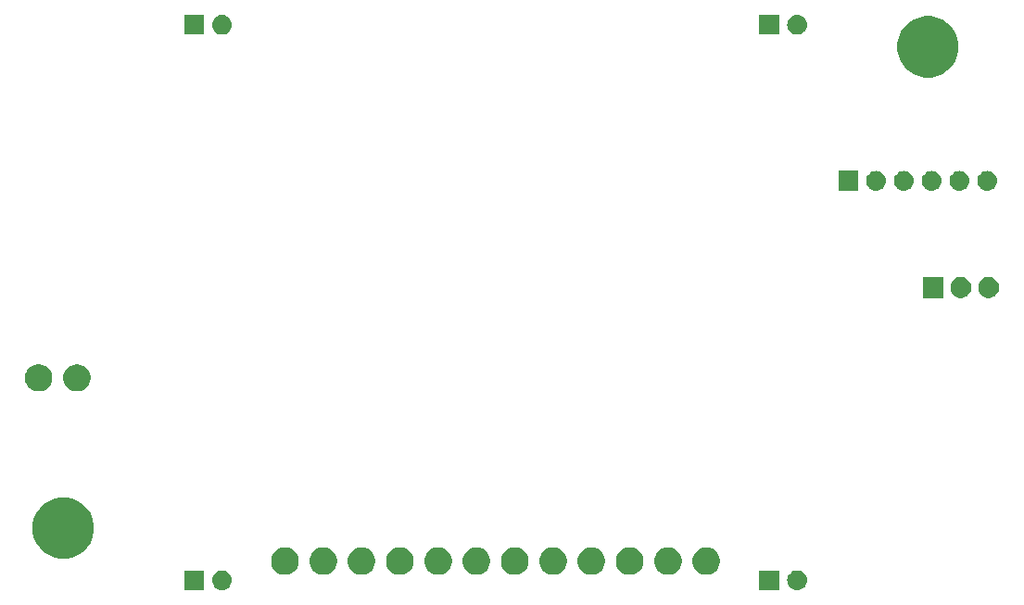
<source format=gbr>
G04 #@! TF.GenerationSoftware,KiCad,Pcbnew,(5.1.0)-1*
G04 #@! TF.CreationDate,2019-04-30T23:12:19+02:00*
G04 #@! TF.ProjectId,ArcJoy,4172634a-6f79-42e6-9b69-6361645f7063,1*
G04 #@! TF.SameCoordinates,Original*
G04 #@! TF.FileFunction,Soldermask,Bot*
G04 #@! TF.FilePolarity,Negative*
%FSLAX46Y46*%
G04 Gerber Fmt 4.6, Leading zero omitted, Abs format (unit mm)*
G04 Created by KiCad (PCBNEW (5.1.0)-1) date 2019-04-30 23:12:19*
%MOMM*%
%LPD*%
G04 APERTURE LIST*
%ADD10C,0.100000*%
G04 APERTURE END LIST*
D10*
G36*
X155150443Y-105855519D02*
G01*
X155216627Y-105862037D01*
X155386466Y-105913557D01*
X155542991Y-105997222D01*
X155578729Y-106026552D01*
X155680186Y-106109814D01*
X155756599Y-106202925D01*
X155792778Y-106247009D01*
X155876443Y-106403534D01*
X155927963Y-106573373D01*
X155945359Y-106750000D01*
X155927963Y-106926627D01*
X155876443Y-107096466D01*
X155792778Y-107252991D01*
X155763448Y-107288729D01*
X155680186Y-107390186D01*
X155578729Y-107473448D01*
X155542991Y-107502778D01*
X155386466Y-107586443D01*
X155216627Y-107637963D01*
X155150442Y-107644482D01*
X155084260Y-107651000D01*
X154995740Y-107651000D01*
X154929558Y-107644482D01*
X154863373Y-107637963D01*
X154693534Y-107586443D01*
X154537009Y-107502778D01*
X154501271Y-107473448D01*
X154399814Y-107390186D01*
X154316552Y-107288729D01*
X154287222Y-107252991D01*
X154203557Y-107096466D01*
X154152037Y-106926627D01*
X154134641Y-106750000D01*
X154152037Y-106573373D01*
X154203557Y-106403534D01*
X154287222Y-106247009D01*
X154323401Y-106202925D01*
X154399814Y-106109814D01*
X154501271Y-106026552D01*
X154537009Y-105997222D01*
X154693534Y-105913557D01*
X154863373Y-105862037D01*
X154929557Y-105855519D01*
X154995740Y-105849000D01*
X155084260Y-105849000D01*
X155150443Y-105855519D01*
X155150443Y-105855519D01*
G37*
G36*
X153401000Y-107651000D02*
G01*
X151599000Y-107651000D01*
X151599000Y-105849000D01*
X153401000Y-105849000D01*
X153401000Y-107651000D01*
X153401000Y-107651000D01*
G37*
G36*
X102610443Y-105855519D02*
G01*
X102676627Y-105862037D01*
X102846466Y-105913557D01*
X103002991Y-105997222D01*
X103038729Y-106026552D01*
X103140186Y-106109814D01*
X103216599Y-106202925D01*
X103252778Y-106247009D01*
X103336443Y-106403534D01*
X103387963Y-106573373D01*
X103405359Y-106750000D01*
X103387963Y-106926627D01*
X103336443Y-107096466D01*
X103252778Y-107252991D01*
X103223448Y-107288729D01*
X103140186Y-107390186D01*
X103038729Y-107473448D01*
X103002991Y-107502778D01*
X102846466Y-107586443D01*
X102676627Y-107637963D01*
X102610442Y-107644482D01*
X102544260Y-107651000D01*
X102455740Y-107651000D01*
X102389558Y-107644482D01*
X102323373Y-107637963D01*
X102153534Y-107586443D01*
X101997009Y-107502778D01*
X101961271Y-107473448D01*
X101859814Y-107390186D01*
X101776552Y-107288729D01*
X101747222Y-107252991D01*
X101663557Y-107096466D01*
X101612037Y-106926627D01*
X101594641Y-106750000D01*
X101612037Y-106573373D01*
X101663557Y-106403534D01*
X101747222Y-106247009D01*
X101783401Y-106202925D01*
X101859814Y-106109814D01*
X101961271Y-106026552D01*
X101997009Y-105997222D01*
X102153534Y-105913557D01*
X102323373Y-105862037D01*
X102389557Y-105855519D01*
X102455740Y-105849000D01*
X102544260Y-105849000D01*
X102610443Y-105855519D01*
X102610443Y-105855519D01*
G37*
G36*
X100861000Y-107651000D02*
G01*
X99059000Y-107651000D01*
X99059000Y-105849000D01*
X100861000Y-105849000D01*
X100861000Y-107651000D01*
X100861000Y-107651000D01*
G37*
G36*
X122614903Y-103797075D02*
G01*
X122842571Y-103891378D01*
X123047466Y-104028285D01*
X123221715Y-104202534D01*
X123358622Y-104407429D01*
X123452925Y-104635097D01*
X123501000Y-104876787D01*
X123501000Y-105123213D01*
X123452925Y-105364903D01*
X123358622Y-105592571D01*
X123221715Y-105797466D01*
X123047466Y-105971715D01*
X122842571Y-106108622D01*
X122842570Y-106108623D01*
X122842569Y-106108623D01*
X122614903Y-106202925D01*
X122373214Y-106251000D01*
X122126786Y-106251000D01*
X121885097Y-106202925D01*
X121657431Y-106108623D01*
X121657430Y-106108623D01*
X121657429Y-106108622D01*
X121452534Y-105971715D01*
X121278285Y-105797466D01*
X121141378Y-105592571D01*
X121047075Y-105364903D01*
X120999000Y-105123213D01*
X120999000Y-104876787D01*
X121047075Y-104635097D01*
X121141378Y-104407429D01*
X121278285Y-104202534D01*
X121452534Y-104028285D01*
X121657429Y-103891378D01*
X121885097Y-103797075D01*
X122126786Y-103749000D01*
X122373214Y-103749000D01*
X122614903Y-103797075D01*
X122614903Y-103797075D01*
G37*
G36*
X147114903Y-103797075D02*
G01*
X147342571Y-103891378D01*
X147547466Y-104028285D01*
X147721715Y-104202534D01*
X147858622Y-104407429D01*
X147952925Y-104635097D01*
X148001000Y-104876787D01*
X148001000Y-105123213D01*
X147952925Y-105364903D01*
X147858622Y-105592571D01*
X147721715Y-105797466D01*
X147547466Y-105971715D01*
X147342571Y-106108622D01*
X147342570Y-106108623D01*
X147342569Y-106108623D01*
X147114903Y-106202925D01*
X146873214Y-106251000D01*
X146626786Y-106251000D01*
X146385097Y-106202925D01*
X146157431Y-106108623D01*
X146157430Y-106108623D01*
X146157429Y-106108622D01*
X145952534Y-105971715D01*
X145778285Y-105797466D01*
X145641378Y-105592571D01*
X145547075Y-105364903D01*
X145499000Y-105123213D01*
X145499000Y-104876787D01*
X145547075Y-104635097D01*
X145641378Y-104407429D01*
X145778285Y-104202534D01*
X145952534Y-104028285D01*
X146157429Y-103891378D01*
X146385097Y-103797075D01*
X146626786Y-103749000D01*
X146873214Y-103749000D01*
X147114903Y-103797075D01*
X147114903Y-103797075D01*
G37*
G36*
X143614903Y-103797075D02*
G01*
X143842571Y-103891378D01*
X144047466Y-104028285D01*
X144221715Y-104202534D01*
X144358622Y-104407429D01*
X144452925Y-104635097D01*
X144501000Y-104876787D01*
X144501000Y-105123213D01*
X144452925Y-105364903D01*
X144358622Y-105592571D01*
X144221715Y-105797466D01*
X144047466Y-105971715D01*
X143842571Y-106108622D01*
X143842570Y-106108623D01*
X143842569Y-106108623D01*
X143614903Y-106202925D01*
X143373214Y-106251000D01*
X143126786Y-106251000D01*
X142885097Y-106202925D01*
X142657431Y-106108623D01*
X142657430Y-106108623D01*
X142657429Y-106108622D01*
X142452534Y-105971715D01*
X142278285Y-105797466D01*
X142141378Y-105592571D01*
X142047075Y-105364903D01*
X141999000Y-105123213D01*
X141999000Y-104876787D01*
X142047075Y-104635097D01*
X142141378Y-104407429D01*
X142278285Y-104202534D01*
X142452534Y-104028285D01*
X142657429Y-103891378D01*
X142885097Y-103797075D01*
X143126786Y-103749000D01*
X143373214Y-103749000D01*
X143614903Y-103797075D01*
X143614903Y-103797075D01*
G37*
G36*
X140114903Y-103797075D02*
G01*
X140342571Y-103891378D01*
X140547466Y-104028285D01*
X140721715Y-104202534D01*
X140858622Y-104407429D01*
X140952925Y-104635097D01*
X141001000Y-104876787D01*
X141001000Y-105123213D01*
X140952925Y-105364903D01*
X140858622Y-105592571D01*
X140721715Y-105797466D01*
X140547466Y-105971715D01*
X140342571Y-106108622D01*
X140342570Y-106108623D01*
X140342569Y-106108623D01*
X140114903Y-106202925D01*
X139873214Y-106251000D01*
X139626786Y-106251000D01*
X139385097Y-106202925D01*
X139157431Y-106108623D01*
X139157430Y-106108623D01*
X139157429Y-106108622D01*
X138952534Y-105971715D01*
X138778285Y-105797466D01*
X138641378Y-105592571D01*
X138547075Y-105364903D01*
X138499000Y-105123213D01*
X138499000Y-104876787D01*
X138547075Y-104635097D01*
X138641378Y-104407429D01*
X138778285Y-104202534D01*
X138952534Y-104028285D01*
X139157429Y-103891378D01*
X139385097Y-103797075D01*
X139626786Y-103749000D01*
X139873214Y-103749000D01*
X140114903Y-103797075D01*
X140114903Y-103797075D01*
G37*
G36*
X136614903Y-103797075D02*
G01*
X136842571Y-103891378D01*
X137047466Y-104028285D01*
X137221715Y-104202534D01*
X137358622Y-104407429D01*
X137452925Y-104635097D01*
X137501000Y-104876787D01*
X137501000Y-105123213D01*
X137452925Y-105364903D01*
X137358622Y-105592571D01*
X137221715Y-105797466D01*
X137047466Y-105971715D01*
X136842571Y-106108622D01*
X136842570Y-106108623D01*
X136842569Y-106108623D01*
X136614903Y-106202925D01*
X136373214Y-106251000D01*
X136126786Y-106251000D01*
X135885097Y-106202925D01*
X135657431Y-106108623D01*
X135657430Y-106108623D01*
X135657429Y-106108622D01*
X135452534Y-105971715D01*
X135278285Y-105797466D01*
X135141378Y-105592571D01*
X135047075Y-105364903D01*
X134999000Y-105123213D01*
X134999000Y-104876787D01*
X135047075Y-104635097D01*
X135141378Y-104407429D01*
X135278285Y-104202534D01*
X135452534Y-104028285D01*
X135657429Y-103891378D01*
X135885097Y-103797075D01*
X136126786Y-103749000D01*
X136373214Y-103749000D01*
X136614903Y-103797075D01*
X136614903Y-103797075D01*
G37*
G36*
X133114903Y-103797075D02*
G01*
X133342571Y-103891378D01*
X133547466Y-104028285D01*
X133721715Y-104202534D01*
X133858622Y-104407429D01*
X133952925Y-104635097D01*
X134001000Y-104876787D01*
X134001000Y-105123213D01*
X133952925Y-105364903D01*
X133858622Y-105592571D01*
X133721715Y-105797466D01*
X133547466Y-105971715D01*
X133342571Y-106108622D01*
X133342570Y-106108623D01*
X133342569Y-106108623D01*
X133114903Y-106202925D01*
X132873214Y-106251000D01*
X132626786Y-106251000D01*
X132385097Y-106202925D01*
X132157431Y-106108623D01*
X132157430Y-106108623D01*
X132157429Y-106108622D01*
X131952534Y-105971715D01*
X131778285Y-105797466D01*
X131641378Y-105592571D01*
X131547075Y-105364903D01*
X131499000Y-105123213D01*
X131499000Y-104876787D01*
X131547075Y-104635097D01*
X131641378Y-104407429D01*
X131778285Y-104202534D01*
X131952534Y-104028285D01*
X132157429Y-103891378D01*
X132385097Y-103797075D01*
X132626786Y-103749000D01*
X132873214Y-103749000D01*
X133114903Y-103797075D01*
X133114903Y-103797075D01*
G37*
G36*
X129614903Y-103797075D02*
G01*
X129842571Y-103891378D01*
X130047466Y-104028285D01*
X130221715Y-104202534D01*
X130358622Y-104407429D01*
X130452925Y-104635097D01*
X130501000Y-104876787D01*
X130501000Y-105123213D01*
X130452925Y-105364903D01*
X130358622Y-105592571D01*
X130221715Y-105797466D01*
X130047466Y-105971715D01*
X129842571Y-106108622D01*
X129842570Y-106108623D01*
X129842569Y-106108623D01*
X129614903Y-106202925D01*
X129373214Y-106251000D01*
X129126786Y-106251000D01*
X128885097Y-106202925D01*
X128657431Y-106108623D01*
X128657430Y-106108623D01*
X128657429Y-106108622D01*
X128452534Y-105971715D01*
X128278285Y-105797466D01*
X128141378Y-105592571D01*
X128047075Y-105364903D01*
X127999000Y-105123213D01*
X127999000Y-104876787D01*
X128047075Y-104635097D01*
X128141378Y-104407429D01*
X128278285Y-104202534D01*
X128452534Y-104028285D01*
X128657429Y-103891378D01*
X128885097Y-103797075D01*
X129126786Y-103749000D01*
X129373214Y-103749000D01*
X129614903Y-103797075D01*
X129614903Y-103797075D01*
G37*
G36*
X119114903Y-103797075D02*
G01*
X119342571Y-103891378D01*
X119547466Y-104028285D01*
X119721715Y-104202534D01*
X119858622Y-104407429D01*
X119952925Y-104635097D01*
X120001000Y-104876787D01*
X120001000Y-105123213D01*
X119952925Y-105364903D01*
X119858622Y-105592571D01*
X119721715Y-105797466D01*
X119547466Y-105971715D01*
X119342571Y-106108622D01*
X119342570Y-106108623D01*
X119342569Y-106108623D01*
X119114903Y-106202925D01*
X118873214Y-106251000D01*
X118626786Y-106251000D01*
X118385097Y-106202925D01*
X118157431Y-106108623D01*
X118157430Y-106108623D01*
X118157429Y-106108622D01*
X117952534Y-105971715D01*
X117778285Y-105797466D01*
X117641378Y-105592571D01*
X117547075Y-105364903D01*
X117499000Y-105123213D01*
X117499000Y-104876787D01*
X117547075Y-104635097D01*
X117641378Y-104407429D01*
X117778285Y-104202534D01*
X117952534Y-104028285D01*
X118157429Y-103891378D01*
X118385097Y-103797075D01*
X118626786Y-103749000D01*
X118873214Y-103749000D01*
X119114903Y-103797075D01*
X119114903Y-103797075D01*
G37*
G36*
X115614903Y-103797075D02*
G01*
X115842571Y-103891378D01*
X116047466Y-104028285D01*
X116221715Y-104202534D01*
X116358622Y-104407429D01*
X116452925Y-104635097D01*
X116501000Y-104876787D01*
X116501000Y-105123213D01*
X116452925Y-105364903D01*
X116358622Y-105592571D01*
X116221715Y-105797466D01*
X116047466Y-105971715D01*
X115842571Y-106108622D01*
X115842570Y-106108623D01*
X115842569Y-106108623D01*
X115614903Y-106202925D01*
X115373214Y-106251000D01*
X115126786Y-106251000D01*
X114885097Y-106202925D01*
X114657431Y-106108623D01*
X114657430Y-106108623D01*
X114657429Y-106108622D01*
X114452534Y-105971715D01*
X114278285Y-105797466D01*
X114141378Y-105592571D01*
X114047075Y-105364903D01*
X113999000Y-105123213D01*
X113999000Y-104876787D01*
X114047075Y-104635097D01*
X114141378Y-104407429D01*
X114278285Y-104202534D01*
X114452534Y-104028285D01*
X114657429Y-103891378D01*
X114885097Y-103797075D01*
X115126786Y-103749000D01*
X115373214Y-103749000D01*
X115614903Y-103797075D01*
X115614903Y-103797075D01*
G37*
G36*
X112114903Y-103797075D02*
G01*
X112342571Y-103891378D01*
X112547466Y-104028285D01*
X112721715Y-104202534D01*
X112858622Y-104407429D01*
X112952925Y-104635097D01*
X113001000Y-104876787D01*
X113001000Y-105123213D01*
X112952925Y-105364903D01*
X112858622Y-105592571D01*
X112721715Y-105797466D01*
X112547466Y-105971715D01*
X112342571Y-106108622D01*
X112342570Y-106108623D01*
X112342569Y-106108623D01*
X112114903Y-106202925D01*
X111873214Y-106251000D01*
X111626786Y-106251000D01*
X111385097Y-106202925D01*
X111157431Y-106108623D01*
X111157430Y-106108623D01*
X111157429Y-106108622D01*
X110952534Y-105971715D01*
X110778285Y-105797466D01*
X110641378Y-105592571D01*
X110547075Y-105364903D01*
X110499000Y-105123213D01*
X110499000Y-104876787D01*
X110547075Y-104635097D01*
X110641378Y-104407429D01*
X110778285Y-104202534D01*
X110952534Y-104028285D01*
X111157429Y-103891378D01*
X111385097Y-103797075D01*
X111626786Y-103749000D01*
X111873214Y-103749000D01*
X112114903Y-103797075D01*
X112114903Y-103797075D01*
G37*
G36*
X108614903Y-103797075D02*
G01*
X108842571Y-103891378D01*
X109047466Y-104028285D01*
X109221715Y-104202534D01*
X109358622Y-104407429D01*
X109452925Y-104635097D01*
X109501000Y-104876787D01*
X109501000Y-105123213D01*
X109452925Y-105364903D01*
X109358622Y-105592571D01*
X109221715Y-105797466D01*
X109047466Y-105971715D01*
X108842571Y-106108622D01*
X108842570Y-106108623D01*
X108842569Y-106108623D01*
X108614903Y-106202925D01*
X108373214Y-106251000D01*
X108126786Y-106251000D01*
X107885097Y-106202925D01*
X107657431Y-106108623D01*
X107657430Y-106108623D01*
X107657429Y-106108622D01*
X107452534Y-105971715D01*
X107278285Y-105797466D01*
X107141378Y-105592571D01*
X107047075Y-105364903D01*
X106999000Y-105123213D01*
X106999000Y-104876787D01*
X107047075Y-104635097D01*
X107141378Y-104407429D01*
X107278285Y-104202534D01*
X107452534Y-104028285D01*
X107657429Y-103891378D01*
X107885097Y-103797075D01*
X108126786Y-103749000D01*
X108373214Y-103749000D01*
X108614903Y-103797075D01*
X108614903Y-103797075D01*
G37*
G36*
X126114903Y-103797075D02*
G01*
X126342571Y-103891378D01*
X126547466Y-104028285D01*
X126721715Y-104202534D01*
X126858622Y-104407429D01*
X126952925Y-104635097D01*
X127001000Y-104876787D01*
X127001000Y-105123213D01*
X126952925Y-105364903D01*
X126858622Y-105592571D01*
X126721715Y-105797466D01*
X126547466Y-105971715D01*
X126342571Y-106108622D01*
X126342570Y-106108623D01*
X126342569Y-106108623D01*
X126114903Y-106202925D01*
X125873214Y-106251000D01*
X125626786Y-106251000D01*
X125385097Y-106202925D01*
X125157431Y-106108623D01*
X125157430Y-106108623D01*
X125157429Y-106108622D01*
X124952534Y-105971715D01*
X124778285Y-105797466D01*
X124641378Y-105592571D01*
X124547075Y-105364903D01*
X124499000Y-105123213D01*
X124499000Y-104876787D01*
X124547075Y-104635097D01*
X124641378Y-104407429D01*
X124778285Y-104202534D01*
X124952534Y-104028285D01*
X125157429Y-103891378D01*
X125385097Y-103797075D01*
X125626786Y-103749000D01*
X125873214Y-103749000D01*
X126114903Y-103797075D01*
X126114903Y-103797075D01*
G37*
G36*
X88817021Y-99306640D02*
G01*
X89326769Y-99517785D01*
X89326771Y-99517786D01*
X89785534Y-99824321D01*
X90175679Y-100214466D01*
X90482214Y-100673229D01*
X90482215Y-100673231D01*
X90693360Y-101182979D01*
X90801000Y-101724124D01*
X90801000Y-102275876D01*
X90693360Y-102817021D01*
X90482215Y-103326769D01*
X90482214Y-103326771D01*
X90175679Y-103785534D01*
X89785534Y-104175679D01*
X89326771Y-104482214D01*
X89326770Y-104482215D01*
X89326769Y-104482215D01*
X88817021Y-104693360D01*
X88275876Y-104801000D01*
X87724124Y-104801000D01*
X87182979Y-104693360D01*
X86673231Y-104482215D01*
X86673230Y-104482215D01*
X86673229Y-104482214D01*
X86214466Y-104175679D01*
X85824321Y-103785534D01*
X85517786Y-103326771D01*
X85517785Y-103326769D01*
X85306640Y-102817021D01*
X85199000Y-102275876D01*
X85199000Y-101724124D01*
X85306640Y-101182979D01*
X85517785Y-100673231D01*
X85517786Y-100673229D01*
X85824321Y-100214466D01*
X86214466Y-99824321D01*
X86673229Y-99517786D01*
X86673231Y-99517785D01*
X87182979Y-99306640D01*
X87724124Y-99199000D01*
X88275876Y-99199000D01*
X88817021Y-99306640D01*
X88817021Y-99306640D01*
G37*
G36*
X89614903Y-87047075D02*
G01*
X89842571Y-87141378D01*
X90047466Y-87278285D01*
X90221715Y-87452534D01*
X90358622Y-87657429D01*
X90452925Y-87885097D01*
X90501000Y-88126787D01*
X90501000Y-88373213D01*
X90452925Y-88614903D01*
X90358622Y-88842571D01*
X90221715Y-89047466D01*
X90047466Y-89221715D01*
X89842571Y-89358622D01*
X89842570Y-89358623D01*
X89842569Y-89358623D01*
X89614903Y-89452925D01*
X89373214Y-89501000D01*
X89126786Y-89501000D01*
X88885097Y-89452925D01*
X88657431Y-89358623D01*
X88657430Y-89358623D01*
X88657429Y-89358622D01*
X88452534Y-89221715D01*
X88278285Y-89047466D01*
X88141378Y-88842571D01*
X88047075Y-88614903D01*
X87999000Y-88373213D01*
X87999000Y-88126787D01*
X88047075Y-87885097D01*
X88141378Y-87657429D01*
X88278285Y-87452534D01*
X88452534Y-87278285D01*
X88657429Y-87141378D01*
X88885097Y-87047075D01*
X89126786Y-86999000D01*
X89373214Y-86999000D01*
X89614903Y-87047075D01*
X89614903Y-87047075D01*
G37*
G36*
X86114903Y-87047075D02*
G01*
X86342571Y-87141378D01*
X86547466Y-87278285D01*
X86721715Y-87452534D01*
X86858622Y-87657429D01*
X86952925Y-87885097D01*
X87001000Y-88126787D01*
X87001000Y-88373213D01*
X86952925Y-88614903D01*
X86858622Y-88842571D01*
X86721715Y-89047466D01*
X86547466Y-89221715D01*
X86342571Y-89358622D01*
X86342570Y-89358623D01*
X86342569Y-89358623D01*
X86114903Y-89452925D01*
X85873214Y-89501000D01*
X85626786Y-89501000D01*
X85385097Y-89452925D01*
X85157431Y-89358623D01*
X85157430Y-89358623D01*
X85157429Y-89358622D01*
X84952534Y-89221715D01*
X84778285Y-89047466D01*
X84641378Y-88842571D01*
X84547075Y-88614903D01*
X84499000Y-88373213D01*
X84499000Y-88126787D01*
X84547075Y-87885097D01*
X84641378Y-87657429D01*
X84778285Y-87452534D01*
X84952534Y-87278285D01*
X85157429Y-87141378D01*
X85385097Y-87047075D01*
X85626786Y-86999000D01*
X85873214Y-86999000D01*
X86114903Y-87047075D01*
X86114903Y-87047075D01*
G37*
G36*
X170277395Y-79085546D02*
G01*
X170450466Y-79157234D01*
X170450467Y-79157235D01*
X170606227Y-79261310D01*
X170738690Y-79393773D01*
X170738691Y-79393775D01*
X170842766Y-79549534D01*
X170914454Y-79722605D01*
X170951000Y-79906333D01*
X170951000Y-80093667D01*
X170914454Y-80277395D01*
X170842766Y-80450466D01*
X170842765Y-80450467D01*
X170738690Y-80606227D01*
X170606227Y-80738690D01*
X170527818Y-80791081D01*
X170450466Y-80842766D01*
X170277395Y-80914454D01*
X170093667Y-80951000D01*
X169906333Y-80951000D01*
X169722605Y-80914454D01*
X169549534Y-80842766D01*
X169472182Y-80791081D01*
X169393773Y-80738690D01*
X169261310Y-80606227D01*
X169157235Y-80450467D01*
X169157234Y-80450466D01*
X169085546Y-80277395D01*
X169049000Y-80093667D01*
X169049000Y-79906333D01*
X169085546Y-79722605D01*
X169157234Y-79549534D01*
X169261309Y-79393775D01*
X169261310Y-79393773D01*
X169393773Y-79261310D01*
X169549533Y-79157235D01*
X169549534Y-79157234D01*
X169722605Y-79085546D01*
X169906333Y-79049000D01*
X170093667Y-79049000D01*
X170277395Y-79085546D01*
X170277395Y-79085546D01*
G37*
G36*
X168411000Y-80951000D02*
G01*
X166509000Y-80951000D01*
X166509000Y-79049000D01*
X168411000Y-79049000D01*
X168411000Y-80951000D01*
X168411000Y-80951000D01*
G37*
G36*
X172817395Y-79085546D02*
G01*
X172990466Y-79157234D01*
X172990467Y-79157235D01*
X173146227Y-79261310D01*
X173278690Y-79393773D01*
X173278691Y-79393775D01*
X173382766Y-79549534D01*
X173454454Y-79722605D01*
X173491000Y-79906333D01*
X173491000Y-80093667D01*
X173454454Y-80277395D01*
X173382766Y-80450466D01*
X173382765Y-80450467D01*
X173278690Y-80606227D01*
X173146227Y-80738690D01*
X173067818Y-80791081D01*
X172990466Y-80842766D01*
X172817395Y-80914454D01*
X172633667Y-80951000D01*
X172446333Y-80951000D01*
X172262605Y-80914454D01*
X172089534Y-80842766D01*
X172012182Y-80791081D01*
X171933773Y-80738690D01*
X171801310Y-80606227D01*
X171697235Y-80450467D01*
X171697234Y-80450466D01*
X171625546Y-80277395D01*
X171589000Y-80093667D01*
X171589000Y-79906333D01*
X171625546Y-79722605D01*
X171697234Y-79549534D01*
X171801309Y-79393775D01*
X171801310Y-79393773D01*
X171933773Y-79261310D01*
X172089533Y-79157235D01*
X172089534Y-79157234D01*
X172262605Y-79085546D01*
X172446333Y-79049000D01*
X172633667Y-79049000D01*
X172817395Y-79085546D01*
X172817395Y-79085546D01*
G37*
G36*
X169980442Y-69355518D02*
G01*
X170046627Y-69362037D01*
X170216466Y-69413557D01*
X170372991Y-69497222D01*
X170408729Y-69526552D01*
X170510186Y-69609814D01*
X170593448Y-69711271D01*
X170622778Y-69747009D01*
X170706443Y-69903534D01*
X170757963Y-70073373D01*
X170775359Y-70250000D01*
X170757963Y-70426627D01*
X170706443Y-70596466D01*
X170622778Y-70752991D01*
X170593448Y-70788729D01*
X170510186Y-70890186D01*
X170408729Y-70973448D01*
X170372991Y-71002778D01*
X170216466Y-71086443D01*
X170046627Y-71137963D01*
X169980442Y-71144482D01*
X169914260Y-71151000D01*
X169825740Y-71151000D01*
X169759558Y-71144482D01*
X169693373Y-71137963D01*
X169523534Y-71086443D01*
X169367009Y-71002778D01*
X169331271Y-70973448D01*
X169229814Y-70890186D01*
X169146552Y-70788729D01*
X169117222Y-70752991D01*
X169033557Y-70596466D01*
X168982037Y-70426627D01*
X168964641Y-70250000D01*
X168982037Y-70073373D01*
X169033557Y-69903534D01*
X169117222Y-69747009D01*
X169146552Y-69711271D01*
X169229814Y-69609814D01*
X169331271Y-69526552D01*
X169367009Y-69497222D01*
X169523534Y-69413557D01*
X169693373Y-69362037D01*
X169759558Y-69355518D01*
X169825740Y-69349000D01*
X169914260Y-69349000D01*
X169980442Y-69355518D01*
X169980442Y-69355518D01*
G37*
G36*
X160611000Y-71151000D02*
G01*
X158809000Y-71151000D01*
X158809000Y-69349000D01*
X160611000Y-69349000D01*
X160611000Y-71151000D01*
X160611000Y-71151000D01*
G37*
G36*
X172520442Y-69355518D02*
G01*
X172586627Y-69362037D01*
X172756466Y-69413557D01*
X172912991Y-69497222D01*
X172948729Y-69526552D01*
X173050186Y-69609814D01*
X173133448Y-69711271D01*
X173162778Y-69747009D01*
X173246443Y-69903534D01*
X173297963Y-70073373D01*
X173315359Y-70250000D01*
X173297963Y-70426627D01*
X173246443Y-70596466D01*
X173162778Y-70752991D01*
X173133448Y-70788729D01*
X173050186Y-70890186D01*
X172948729Y-70973448D01*
X172912991Y-71002778D01*
X172756466Y-71086443D01*
X172586627Y-71137963D01*
X172520442Y-71144482D01*
X172454260Y-71151000D01*
X172365740Y-71151000D01*
X172299558Y-71144482D01*
X172233373Y-71137963D01*
X172063534Y-71086443D01*
X171907009Y-71002778D01*
X171871271Y-70973448D01*
X171769814Y-70890186D01*
X171686552Y-70788729D01*
X171657222Y-70752991D01*
X171573557Y-70596466D01*
X171522037Y-70426627D01*
X171504641Y-70250000D01*
X171522037Y-70073373D01*
X171573557Y-69903534D01*
X171657222Y-69747009D01*
X171686552Y-69711271D01*
X171769814Y-69609814D01*
X171871271Y-69526552D01*
X171907009Y-69497222D01*
X172063534Y-69413557D01*
X172233373Y-69362037D01*
X172299558Y-69355518D01*
X172365740Y-69349000D01*
X172454260Y-69349000D01*
X172520442Y-69355518D01*
X172520442Y-69355518D01*
G37*
G36*
X167440442Y-69355518D02*
G01*
X167506627Y-69362037D01*
X167676466Y-69413557D01*
X167832991Y-69497222D01*
X167868729Y-69526552D01*
X167970186Y-69609814D01*
X168053448Y-69711271D01*
X168082778Y-69747009D01*
X168166443Y-69903534D01*
X168217963Y-70073373D01*
X168235359Y-70250000D01*
X168217963Y-70426627D01*
X168166443Y-70596466D01*
X168082778Y-70752991D01*
X168053448Y-70788729D01*
X167970186Y-70890186D01*
X167868729Y-70973448D01*
X167832991Y-71002778D01*
X167676466Y-71086443D01*
X167506627Y-71137963D01*
X167440442Y-71144482D01*
X167374260Y-71151000D01*
X167285740Y-71151000D01*
X167219558Y-71144482D01*
X167153373Y-71137963D01*
X166983534Y-71086443D01*
X166827009Y-71002778D01*
X166791271Y-70973448D01*
X166689814Y-70890186D01*
X166606552Y-70788729D01*
X166577222Y-70752991D01*
X166493557Y-70596466D01*
X166442037Y-70426627D01*
X166424641Y-70250000D01*
X166442037Y-70073373D01*
X166493557Y-69903534D01*
X166577222Y-69747009D01*
X166606552Y-69711271D01*
X166689814Y-69609814D01*
X166791271Y-69526552D01*
X166827009Y-69497222D01*
X166983534Y-69413557D01*
X167153373Y-69362037D01*
X167219558Y-69355518D01*
X167285740Y-69349000D01*
X167374260Y-69349000D01*
X167440442Y-69355518D01*
X167440442Y-69355518D01*
G37*
G36*
X164900442Y-69355518D02*
G01*
X164966627Y-69362037D01*
X165136466Y-69413557D01*
X165292991Y-69497222D01*
X165328729Y-69526552D01*
X165430186Y-69609814D01*
X165513448Y-69711271D01*
X165542778Y-69747009D01*
X165626443Y-69903534D01*
X165677963Y-70073373D01*
X165695359Y-70250000D01*
X165677963Y-70426627D01*
X165626443Y-70596466D01*
X165542778Y-70752991D01*
X165513448Y-70788729D01*
X165430186Y-70890186D01*
X165328729Y-70973448D01*
X165292991Y-71002778D01*
X165136466Y-71086443D01*
X164966627Y-71137963D01*
X164900442Y-71144482D01*
X164834260Y-71151000D01*
X164745740Y-71151000D01*
X164679558Y-71144482D01*
X164613373Y-71137963D01*
X164443534Y-71086443D01*
X164287009Y-71002778D01*
X164251271Y-70973448D01*
X164149814Y-70890186D01*
X164066552Y-70788729D01*
X164037222Y-70752991D01*
X163953557Y-70596466D01*
X163902037Y-70426627D01*
X163884641Y-70250000D01*
X163902037Y-70073373D01*
X163953557Y-69903534D01*
X164037222Y-69747009D01*
X164066552Y-69711271D01*
X164149814Y-69609814D01*
X164251271Y-69526552D01*
X164287009Y-69497222D01*
X164443534Y-69413557D01*
X164613373Y-69362037D01*
X164679558Y-69355518D01*
X164745740Y-69349000D01*
X164834260Y-69349000D01*
X164900442Y-69355518D01*
X164900442Y-69355518D01*
G37*
G36*
X162360442Y-69355518D02*
G01*
X162426627Y-69362037D01*
X162596466Y-69413557D01*
X162752991Y-69497222D01*
X162788729Y-69526552D01*
X162890186Y-69609814D01*
X162973448Y-69711271D01*
X163002778Y-69747009D01*
X163086443Y-69903534D01*
X163137963Y-70073373D01*
X163155359Y-70250000D01*
X163137963Y-70426627D01*
X163086443Y-70596466D01*
X163002778Y-70752991D01*
X162973448Y-70788729D01*
X162890186Y-70890186D01*
X162788729Y-70973448D01*
X162752991Y-71002778D01*
X162596466Y-71086443D01*
X162426627Y-71137963D01*
X162360442Y-71144482D01*
X162294260Y-71151000D01*
X162205740Y-71151000D01*
X162139558Y-71144482D01*
X162073373Y-71137963D01*
X161903534Y-71086443D01*
X161747009Y-71002778D01*
X161711271Y-70973448D01*
X161609814Y-70890186D01*
X161526552Y-70788729D01*
X161497222Y-70752991D01*
X161413557Y-70596466D01*
X161362037Y-70426627D01*
X161344641Y-70250000D01*
X161362037Y-70073373D01*
X161413557Y-69903534D01*
X161497222Y-69747009D01*
X161526552Y-69711271D01*
X161609814Y-69609814D01*
X161711271Y-69526552D01*
X161747009Y-69497222D01*
X161903534Y-69413557D01*
X162073373Y-69362037D01*
X162139558Y-69355518D01*
X162205740Y-69349000D01*
X162294260Y-69349000D01*
X162360442Y-69355518D01*
X162360442Y-69355518D01*
G37*
G36*
X167817021Y-55306640D02*
G01*
X168276611Y-55497009D01*
X168326771Y-55517786D01*
X168785534Y-55824321D01*
X169175679Y-56214466D01*
X169460135Y-56640186D01*
X169482215Y-56673231D01*
X169693360Y-57182979D01*
X169801000Y-57724124D01*
X169801000Y-58275876D01*
X169693360Y-58817021D01*
X169482215Y-59326769D01*
X169482214Y-59326771D01*
X169175679Y-59785534D01*
X168785534Y-60175679D01*
X168326771Y-60482214D01*
X168326770Y-60482215D01*
X168326769Y-60482215D01*
X167817021Y-60693360D01*
X167275876Y-60801000D01*
X166724124Y-60801000D01*
X166182979Y-60693360D01*
X165673231Y-60482215D01*
X165673230Y-60482215D01*
X165673229Y-60482214D01*
X165214466Y-60175679D01*
X164824321Y-59785534D01*
X164517786Y-59326771D01*
X164517785Y-59326769D01*
X164306640Y-58817021D01*
X164199000Y-58275876D01*
X164199000Y-57724124D01*
X164306640Y-57182979D01*
X164517785Y-56673231D01*
X164539865Y-56640186D01*
X164824321Y-56214466D01*
X165214466Y-55824321D01*
X165673229Y-55517786D01*
X165723389Y-55497009D01*
X166182979Y-55306640D01*
X166724124Y-55199000D01*
X167275876Y-55199000D01*
X167817021Y-55306640D01*
X167817021Y-55306640D01*
G37*
G36*
X155150442Y-55105518D02*
G01*
X155216627Y-55112037D01*
X155386466Y-55163557D01*
X155542991Y-55247222D01*
X155578729Y-55276552D01*
X155680186Y-55359814D01*
X155763448Y-55461271D01*
X155792778Y-55497009D01*
X155876443Y-55653534D01*
X155927963Y-55823373D01*
X155945359Y-56000000D01*
X155927963Y-56176627D01*
X155876443Y-56346466D01*
X155792778Y-56502991D01*
X155763448Y-56538729D01*
X155680186Y-56640186D01*
X155578729Y-56723448D01*
X155542991Y-56752778D01*
X155386466Y-56836443D01*
X155216627Y-56887963D01*
X155150443Y-56894481D01*
X155084260Y-56901000D01*
X154995740Y-56901000D01*
X154929557Y-56894481D01*
X154863373Y-56887963D01*
X154693534Y-56836443D01*
X154537009Y-56752778D01*
X154501271Y-56723448D01*
X154399814Y-56640186D01*
X154316552Y-56538729D01*
X154287222Y-56502991D01*
X154203557Y-56346466D01*
X154152037Y-56176627D01*
X154134641Y-56000000D01*
X154152037Y-55823373D01*
X154203557Y-55653534D01*
X154287222Y-55497009D01*
X154316552Y-55461271D01*
X154399814Y-55359814D01*
X154501271Y-55276552D01*
X154537009Y-55247222D01*
X154693534Y-55163557D01*
X154863373Y-55112037D01*
X154929558Y-55105518D01*
X154995740Y-55099000D01*
X155084260Y-55099000D01*
X155150442Y-55105518D01*
X155150442Y-55105518D01*
G37*
G36*
X153401000Y-56901000D02*
G01*
X151599000Y-56901000D01*
X151599000Y-55099000D01*
X153401000Y-55099000D01*
X153401000Y-56901000D01*
X153401000Y-56901000D01*
G37*
G36*
X102610442Y-55105518D02*
G01*
X102676627Y-55112037D01*
X102846466Y-55163557D01*
X103002991Y-55247222D01*
X103038729Y-55276552D01*
X103140186Y-55359814D01*
X103223448Y-55461271D01*
X103252778Y-55497009D01*
X103336443Y-55653534D01*
X103387963Y-55823373D01*
X103405359Y-56000000D01*
X103387963Y-56176627D01*
X103336443Y-56346466D01*
X103252778Y-56502991D01*
X103223448Y-56538729D01*
X103140186Y-56640186D01*
X103038729Y-56723448D01*
X103002991Y-56752778D01*
X102846466Y-56836443D01*
X102676627Y-56887963D01*
X102610443Y-56894481D01*
X102544260Y-56901000D01*
X102455740Y-56901000D01*
X102389557Y-56894481D01*
X102323373Y-56887963D01*
X102153534Y-56836443D01*
X101997009Y-56752778D01*
X101961271Y-56723448D01*
X101859814Y-56640186D01*
X101776552Y-56538729D01*
X101747222Y-56502991D01*
X101663557Y-56346466D01*
X101612037Y-56176627D01*
X101594641Y-56000000D01*
X101612037Y-55823373D01*
X101663557Y-55653534D01*
X101747222Y-55497009D01*
X101776552Y-55461271D01*
X101859814Y-55359814D01*
X101961271Y-55276552D01*
X101997009Y-55247222D01*
X102153534Y-55163557D01*
X102323373Y-55112037D01*
X102389558Y-55105518D01*
X102455740Y-55099000D01*
X102544260Y-55099000D01*
X102610442Y-55105518D01*
X102610442Y-55105518D01*
G37*
G36*
X100861000Y-56901000D02*
G01*
X99059000Y-56901000D01*
X99059000Y-55099000D01*
X100861000Y-55099000D01*
X100861000Y-56901000D01*
X100861000Y-56901000D01*
G37*
M02*

</source>
